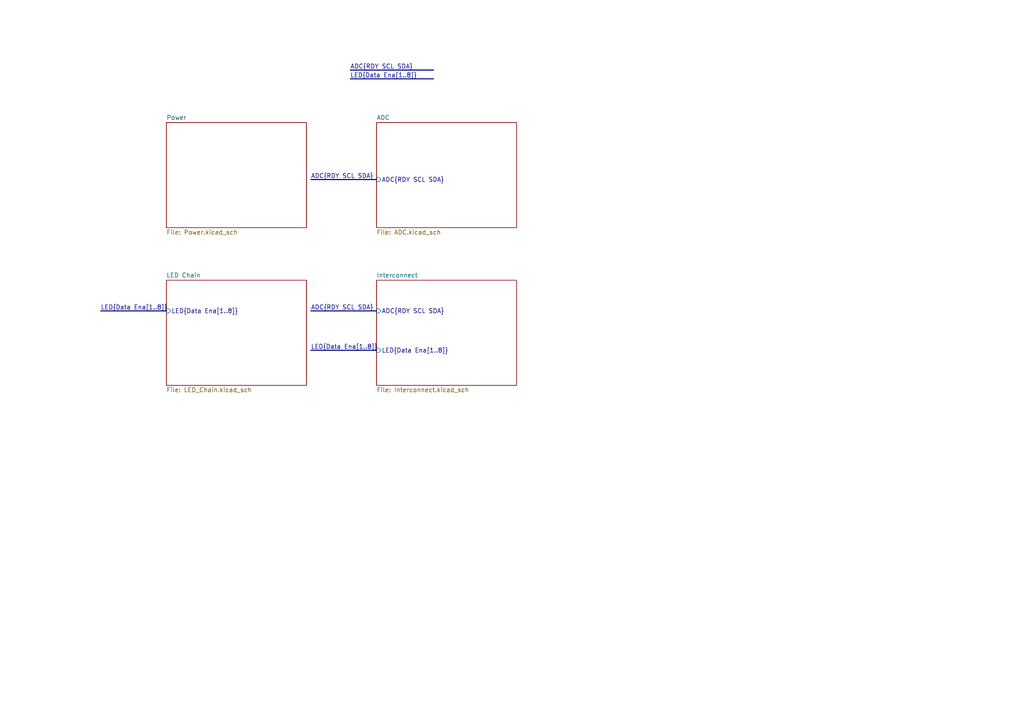
<source format=kicad_sch>
(kicad_sch
	(version 20250114)
	(generator "eeschema")
	(generator_version "9.0")
	(uuid "b7011f24-a95f-4b3f-a6cc-ae92e5977d54")
	(paper "A4")
	(lib_symbols)
	(bus
		(pts
			(xy 101.6 20.32) (xy 125.73 20.32)
		)
		(stroke
			(width 0)
			(type default)
		)
		(uuid "01dd8033-b616-4c09-893f-6d81a7943f95")
	)
	(bus
		(pts
			(xy 29.21 90.17) (xy 48.26 90.17)
		)
		(stroke
			(width 0)
			(type default)
		)
		(uuid "064ca4c4-b4ee-4a41-bab8-43264905fc24")
	)
	(bus
		(pts
			(xy 90.17 90.17) (xy 109.22 90.17)
		)
		(stroke
			(width 0)
			(type default)
		)
		(uuid "12412414-7b68-47f9-9e8f-6d1cdc9ee18c")
	)
	(bus
		(pts
			(xy 101.6 22.86) (xy 125.73 22.86)
		)
		(stroke
			(width 0)
			(type default)
		)
		(uuid "9a464095-3b4d-459e-ba50-ab44b21abcad")
	)
	(bus
		(pts
			(xy 90.17 101.6) (xy 109.22 101.6)
		)
		(stroke
			(width 0)
			(type default)
		)
		(uuid "baeedc2b-fde4-471c-b83b-c7823f390483")
	)
	(bus
		(pts
			(xy 90.17 52.07) (xy 109.22 52.07)
		)
		(stroke
			(width 0)
			(type default)
		)
		(uuid "e445a17d-9104-4ef7-ac1c-f2c44a91430c")
	)
	(label "LED{Data Ena[1..8]}"
		(at 101.6 22.86 0)
		(effects
			(font
				(size 1.27 1.27)
			)
			(justify left bottom)
		)
		(uuid "3e3d2e9c-a84f-4cf6-98c9-a6244b5c56e0")
	)
	(label "LED{Data Ena[1..8]}"
		(at 90.17 101.6 0)
		(effects
			(font
				(size 1.27 1.27)
			)
			(justify left bottom)
		)
		(uuid "433728af-c57f-4e1d-a766-0bb489c26c8f")
	)
	(label "ADC{RDY SCL SDA}"
		(at 101.6 20.32 0)
		(effects
			(font
				(size 1.27 1.27)
			)
			(justify left bottom)
		)
		(uuid "9a7263fd-bacb-47f3-9fb6-0194cee1c79a")
	)
	(label "ADC{RDY SCL SDA}"
		(at 90.17 90.17 0)
		(effects
			(font
				(size 1.27 1.27)
			)
			(justify left bottom)
		)
		(uuid "c159b7c4-e502-4694-9efb-712f998ed14a")
	)
	(label "LED{Data Ena[1..8]}"
		(at 29.21 90.17 0)
		(effects
			(font
				(size 1.27 1.27)
			)
			(justify left bottom)
		)
		(uuid "c60269cd-52a6-4c20-b71e-16f6152f69c8")
	)
	(label "ADC{RDY SCL SDA}"
		(at 90.17 52.07 0)
		(effects
			(font
				(size 1.27 1.27)
			)
			(justify left bottom)
		)
		(uuid "f9ca8bee-1abf-4236-aebd-edf1137ada15")
	)
	(sheet
		(at 109.22 81.28)
		(size 40.64 30.48)
		(exclude_from_sim no)
		(in_bom yes)
		(on_board yes)
		(dnp no)
		(fields_autoplaced yes)
		(stroke
			(width 0.1524)
			(type solid)
		)
		(fill
			(color 0 0 0 0.0000)
		)
		(uuid "203c8886-ee16-4201-9093-4ac34a2e1788")
		(property "Sheetname" "Interconnect"
			(at 109.22 80.5684 0)
			(effects
				(font
					(size 1.27 1.27)
				)
				(justify left bottom)
			)
		)
		(property "Sheetfile" "Interconnect.kicad_sch"
			(at 109.22 112.3446 0)
			(effects
				(font
					(size 1.27 1.27)
				)
				(justify left top)
			)
		)
		(pin "ADC{RDY SCL SDA}" input
			(at 109.22 90.17 180)
			(uuid "7dbb1155-73b0-4b99-bb55-d15c75ae8c2c")
			(effects
				(font
					(size 1.27 1.27)
				)
				(justify left)
			)
		)
		(pin "LED{Data Ena[1..8]}" input
			(at 109.22 101.6 180)
			(uuid "8c186f62-7305-4427-9eaa-12404cea2f71")
			(effects
				(font
					(size 1.27 1.27)
				)
				(justify left)
			)
		)
		(instances
			(project "StairsV2Eth_MainBoard"
				(path "/b7011f24-a95f-4b3f-a6cc-ae92e5977d54"
					(page "5")
				)
			)
		)
	)
	(sheet
		(at 48.26 35.56)
		(size 40.64 30.48)
		(exclude_from_sim no)
		(in_bom yes)
		(on_board yes)
		(dnp no)
		(fields_autoplaced yes)
		(stroke
			(width 0.1524)
			(type solid)
		)
		(fill
			(color 0 0 0 0.0000)
		)
		(uuid "3c6e6eac-ba65-46b4-9f6f-5d25ee333123")
		(property "Sheetname" "Power"
			(at 48.26 34.8484 0)
			(effects
				(font
					(size 1.27 1.27)
				)
				(justify left bottom)
			)
		)
		(property "Sheetfile" "Power.kicad_sch"
			(at 48.26 66.6246 0)
			(effects
				(font
					(size 1.27 1.27)
				)
				(justify left top)
			)
		)
		(instances
			(project "StairsV2Eth_MainBoard"
				(path "/b7011f24-a95f-4b3f-a6cc-ae92e5977d54"
					(page "2")
				)
			)
		)
	)
	(sheet
		(at 48.26 81.28)
		(size 40.64 30.48)
		(exclude_from_sim no)
		(in_bom yes)
		(on_board yes)
		(dnp no)
		(fields_autoplaced yes)
		(stroke
			(width 0.1524)
			(type solid)
		)
		(fill
			(color 0 0 0 0.0000)
		)
		(uuid "49e57555-eb61-4b3a-9623-3a6a5eb29c3f")
		(property "Sheetname" "LED Chain"
			(at 48.26 80.5684 0)
			(effects
				(font
					(size 1.27 1.27)
				)
				(justify left bottom)
			)
		)
		(property "Sheetfile" "LED_Chain.kicad_sch"
			(at 48.26 112.3446 0)
			(effects
				(font
					(size 1.27 1.27)
				)
				(justify left top)
			)
		)
		(pin "LED{Data Ena[1..8]}" input
			(at 48.26 90.17 180)
			(uuid "f27454a2-8f75-450f-8957-6d2dc8ffda5d")
			(effects
				(font
					(size 1.27 1.27)
				)
				(justify left)
			)
		)
		(instances
			(project "StairsV2Eth_MainBoard"
				(path "/b7011f24-a95f-4b3f-a6cc-ae92e5977d54"
					(page "3")
				)
			)
		)
	)
	(sheet
		(at 109.22 35.56)
		(size 40.64 30.48)
		(exclude_from_sim no)
		(in_bom yes)
		(on_board yes)
		(dnp no)
		(fields_autoplaced yes)
		(stroke
			(width 0.1524)
			(type solid)
		)
		(fill
			(color 0 0 0 0.0000)
		)
		(uuid "f321081a-2448-424c-932a-86641cd019fd")
		(property "Sheetname" "ADC"
			(at 109.22 34.8484 0)
			(effects
				(font
					(size 1.27 1.27)
				)
				(justify left bottom)
			)
		)
		(property "Sheetfile" "ADC.kicad_sch"
			(at 109.22 66.6246 0)
			(effects
				(font
					(size 1.27 1.27)
				)
				(justify left top)
			)
		)
		(pin "ADC{RDY SCL SDA}" input
			(at 109.22 52.07 180)
			(uuid "694d24a3-9d9c-4762-a4c6-754dff5d61ea")
			(effects
				(font
					(size 1.27 1.27)
				)
				(justify left)
			)
		)
		(instances
			(project "StairsV2Eth_MainBoard"
				(path "/b7011f24-a95f-4b3f-a6cc-ae92e5977d54"
					(page "4")
				)
			)
		)
	)
	(sheet_instances
		(path "/"
			(page "1")
		)
	)
	(embedded_fonts no)
)

</source>
